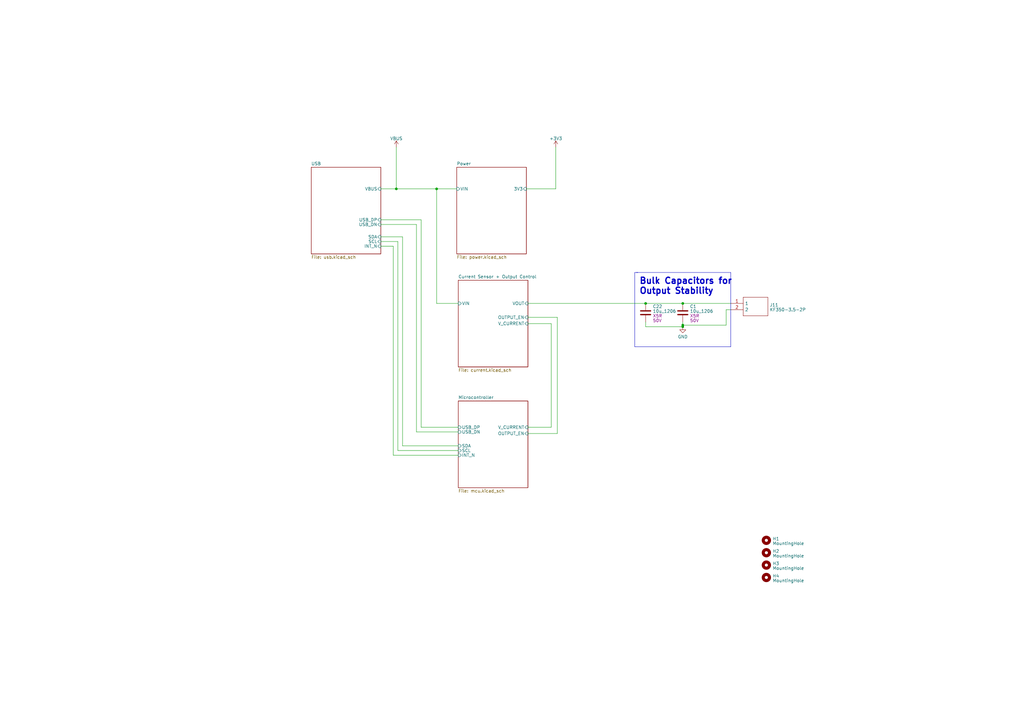
<source format=kicad_sch>
(kicad_sch
	(version 20231120)
	(generator "eeschema")
	(generator_version "8.0")
	(uuid "e63e39d7-6ac0-4ffd-8aa3-1841a4541b55")
	(paper "A3")
	(title_block
		(title "Spark Analyzer")
		(date "2023-10-06")
		(rev "B")
	)
	(lib_symbols
		(symbol "Capacitor_JLC:10u_1206"
			(pin_numbers hide)
			(pin_names
				(offset 0.254)
			)
			(exclude_from_sim no)
			(in_bom yes)
			(on_board yes)
			(property "Reference" "C"
				(at 0.635 2.54 0)
				(effects
					(font
						(size 1.27 1.27)
					)
					(justify left)
				)
			)
			(property "Value" "10u_1206"
				(at 0.635 -2.54 0)
				(effects
					(font
						(size 1.27 1.27)
					)
					(justify left)
				)
			)
			(property "Footprint" "Capacitor_SMD:C_1206_3216Metric"
				(at 0.9652 -3.81 0)
				(effects
					(font
						(size 1.27 1.27)
					)
					(hide yes)
				)
			)
			(property "Datasheet" "https://datasheet.lcsc.com/lcsc/1912111437_TDK-C3216X7R1V106MT000E_C361179.pdf"
				(at 0 0 0)
				(effects
					(font
						(size 1.27 1.27)
					)
					(hide yes)
				)
			)
			(property "Description" "Unpolarized capacitor"
				(at 0 0 0)
				(effects
					(font
						(size 1.27 1.27)
					)
					(hide yes)
				)
			)
			(property "Type" "X5R"
				(at 5.08 2.54 0)
				(effects
					(font
						(size 1.27 1.27)
					)
				)
			)
			(property "LCSC" "C466808"
				(at 0 0 0)
				(effects
					(font
						(size 1.27 1.27)
					)
					(hide yes)
				)
			)
			(property "Voltage" "50V"
				(at 5.08 0 0)
				(effects
					(font
						(size 1.27 1.27)
					)
				)
			)
			(property "ki_keywords" "cap capacitor"
				(at 0 0 0)
				(effects
					(font
						(size 1.27 1.27)
					)
					(hide yes)
				)
			)
			(property "ki_fp_filters" "C_*"
				(at 0 0 0)
				(effects
					(font
						(size 1.27 1.27)
					)
					(hide yes)
				)
			)
			(symbol "10u_1206_0_1"
				(polyline
					(pts
						(xy -2.032 -0.762) (xy 2.032 -0.762)
					)
					(stroke
						(width 0.508)
						(type default)
					)
					(fill
						(type none)
					)
				)
				(polyline
					(pts
						(xy -2.032 0.762) (xy 2.032 0.762)
					)
					(stroke
						(width 0.508)
						(type default)
					)
					(fill
						(type none)
					)
				)
			)
			(symbol "10u_1206_1_1"
				(pin passive line
					(at 0 3.81 270)
					(length 2.794)
					(name "~"
						(effects
							(font
								(size 1.27 1.27)
							)
						)
					)
					(number "1"
						(effects
							(font
								(size 1.27 1.27)
							)
						)
					)
				)
				(pin passive line
					(at 0 -3.81 90)
					(length 2.794)
					(name "~"
						(effects
							(font
								(size 1.27 1.27)
							)
						)
					)
					(number "2"
						(effects
							(font
								(size 1.27 1.27)
							)
						)
					)
				)
			)
		)
		(symbol "Connector_JLC:KF350-3.5-2P"
			(pin_names
				(offset 0.762)
			)
			(exclude_from_sim no)
			(in_bom yes)
			(on_board yes)
			(property "Reference" "J"
				(at 16.51 7.62 0)
				(effects
					(font
						(size 1.27 1.27)
					)
					(justify left)
				)
			)
			(property "Value" "KF350-3.5-2P"
				(at 16.51 5.08 0)
				(effects
					(font
						(size 1.27 1.27)
					)
					(justify left)
				)
			)
			(property "Footprint" "KF350352P"
				(at 16.51 2.54 0)
				(effects
					(font
						(size 1.27 1.27)
					)
					(justify left)
					(hide yes)
				)
			)
			(property "Datasheet" "https://datasheet.lcsc.com/szlcsc/2001160007_Cixi-Kefa-Elec-KF350-3-5-2P_C474892.pdf"
				(at 16.51 0 0)
				(effects
					(font
						(size 1.27 1.27)
					)
					(justify left)
					(hide yes)
				)
			)
			(property "Description" "P=3.5mm Screw terminal RoHS 2 Pos"
				(at 16.51 -2.54 0)
				(effects
					(font
						(size 1.27 1.27)
					)
					(justify left)
					(hide yes)
				)
			)
			(property "Height" "8.8"
				(at 16.51 -5.08 0)
				(effects
					(font
						(size 1.27 1.27)
					)
					(justify left)
					(hide yes)
				)
			)
			(property "Manufacturer_Name" "CIXI KEFA ELECTRONICS"
				(at 16.51 -7.62 0)
				(effects
					(font
						(size 1.27 1.27)
					)
					(justify left)
					(hide yes)
				)
			)
			(property "Manufacturer_Part_Number" "KF350-3.5-2P"
				(at 16.51 -10.16 0)
				(effects
					(font
						(size 1.27 1.27)
					)
					(justify left)
					(hide yes)
				)
			)
			(property "Mouser Part Number" ""
				(at 16.51 -12.7 0)
				(effects
					(font
						(size 1.27 1.27)
					)
					(justify left)
					(hide yes)
				)
			)
			(property "Mouser Price/Stock" ""
				(at 16.51 -15.24 0)
				(effects
					(font
						(size 1.27 1.27)
					)
					(justify left)
					(hide yes)
				)
			)
			(property "Arrow Part Number" ""
				(at 16.51 -17.78 0)
				(effects
					(font
						(size 1.27 1.27)
					)
					(justify left)
					(hide yes)
				)
			)
			(property "Arrow Price/Stock" ""
				(at 16.51 -20.32 0)
				(effects
					(font
						(size 1.27 1.27)
					)
					(justify left)
					(hide yes)
				)
			)
			(property "LCSC" "C474892"
				(at 20.955 -12.7 0)
				(effects
					(font
						(size 1.27 1.27)
					)
					(hide yes)
				)
			)
			(symbol "KF350-3.5-2P_0_0"
				(pin passive line
					(at 0 0 0)
					(length 5.08)
					(name "1"
						(effects
							(font
								(size 1.27 1.27)
							)
						)
					)
					(number "1"
						(effects
							(font
								(size 1.27 1.27)
							)
						)
					)
				)
				(pin passive line
					(at 0 -2.54 0)
					(length 5.08)
					(name "2"
						(effects
							(font
								(size 1.27 1.27)
							)
						)
					)
					(number "2"
						(effects
							(font
								(size 1.27 1.27)
							)
						)
					)
				)
			)
			(symbol "KF350-3.5-2P_0_1"
				(polyline
					(pts
						(xy 5.08 2.54) (xy 15.24 2.54) (xy 15.24 -5.08) (xy 5.08 -5.08) (xy 5.08 2.54)
					)
					(stroke
						(width 0.1524)
						(type default)
					)
					(fill
						(type none)
					)
				)
			)
		)
		(symbol "Mechanical:MountingHole"
			(pin_names
				(offset 1.016)
			)
			(exclude_from_sim no)
			(in_bom yes)
			(on_board yes)
			(property "Reference" "H"
				(at 0 5.08 0)
				(effects
					(font
						(size 1.27 1.27)
					)
				)
			)
			(property "Value" "MountingHole"
				(at 0 3.175 0)
				(effects
					(font
						(size 1.27 1.27)
					)
				)
			)
			(property "Footprint" ""
				(at 0 0 0)
				(effects
					(font
						(size 1.27 1.27)
					)
					(hide yes)
				)
			)
			(property "Datasheet" "~"
				(at 0 0 0)
				(effects
					(font
						(size 1.27 1.27)
					)
					(hide yes)
				)
			)
			(property "Description" "Mounting Hole without connection"
				(at 0 0 0)
				(effects
					(font
						(size 1.27 1.27)
					)
					(hide yes)
				)
			)
			(property "ki_keywords" "mounting hole"
				(at 0 0 0)
				(effects
					(font
						(size 1.27 1.27)
					)
					(hide yes)
				)
			)
			(property "ki_fp_filters" "MountingHole*"
				(at 0 0 0)
				(effects
					(font
						(size 1.27 1.27)
					)
					(hide yes)
				)
			)
			(symbol "MountingHole_0_1"
				(circle
					(center 0 0)
					(radius 1.27)
					(stroke
						(width 1.27)
						(type default)
					)
					(fill
						(type none)
					)
				)
			)
		)
		(symbol "power:+3V3"
			(power)
			(pin_names
				(offset 0)
			)
			(exclude_from_sim no)
			(in_bom yes)
			(on_board yes)
			(property "Reference" "#PWR"
				(at 0 -3.81 0)
				(effects
					(font
						(size 1.27 1.27)
					)
					(hide yes)
				)
			)
			(property "Value" "+3V3"
				(at 0 3.556 0)
				(effects
					(font
						(size 1.27 1.27)
					)
				)
			)
			(property "Footprint" ""
				(at 0 0 0)
				(effects
					(font
						(size 1.27 1.27)
					)
					(hide yes)
				)
			)
			(property "Datasheet" ""
				(at 0 0 0)
				(effects
					(font
						(size 1.27 1.27)
					)
					(hide yes)
				)
			)
			(property "Description" "Power symbol creates a global label with name \"+3V3\""
				(at 0 0 0)
				(effects
					(font
						(size 1.27 1.27)
					)
					(hide yes)
				)
			)
			(property "ki_keywords" "global power"
				(at 0 0 0)
				(effects
					(font
						(size 1.27 1.27)
					)
					(hide yes)
				)
			)
			(symbol "+3V3_0_1"
				(polyline
					(pts
						(xy -0.762 1.27) (xy 0 2.54)
					)
					(stroke
						(width 0)
						(type default)
					)
					(fill
						(type none)
					)
				)
				(polyline
					(pts
						(xy 0 0) (xy 0 2.54)
					)
					(stroke
						(width 0)
						(type default)
					)
					(fill
						(type none)
					)
				)
				(polyline
					(pts
						(xy 0 2.54) (xy 0.762 1.27)
					)
					(stroke
						(width 0)
						(type default)
					)
					(fill
						(type none)
					)
				)
			)
			(symbol "+3V3_1_1"
				(pin power_in line
					(at 0 0 90)
					(length 0) hide
					(name "+3V3"
						(effects
							(font
								(size 1.27 1.27)
							)
						)
					)
					(number "1"
						(effects
							(font
								(size 1.27 1.27)
							)
						)
					)
				)
			)
		)
		(symbol "power:GND"
			(power)
			(pin_names
				(offset 0)
			)
			(exclude_from_sim no)
			(in_bom yes)
			(on_board yes)
			(property "Reference" "#PWR"
				(at 0 -6.35 0)
				(effects
					(font
						(size 1.27 1.27)
					)
					(hide yes)
				)
			)
			(property "Value" "GND"
				(at 0 -3.81 0)
				(effects
					(font
						(size 1.27 1.27)
					)
				)
			)
			(property "Footprint" ""
				(at 0 0 0)
				(effects
					(font
						(size 1.27 1.27)
					)
					(hide yes)
				)
			)
			(property "Datasheet" ""
				(at 0 0 0)
				(effects
					(font
						(size 1.27 1.27)
					)
					(hide yes)
				)
			)
			(property "Description" "Power symbol creates a global label with name \"GND\" , ground"
				(at 0 0 0)
				(effects
					(font
						(size 1.27 1.27)
					)
					(hide yes)
				)
			)
			(property "ki_keywords" "global power"
				(at 0 0 0)
				(effects
					(font
						(size 1.27 1.27)
					)
					(hide yes)
				)
			)
			(symbol "GND_0_1"
				(polyline
					(pts
						(xy 0 0) (xy 0 -1.27) (xy 1.27 -1.27) (xy 0 -2.54) (xy -1.27 -1.27) (xy 0 -1.27)
					)
					(stroke
						(width 0)
						(type default)
					)
					(fill
						(type none)
					)
				)
			)
			(symbol "GND_1_1"
				(pin power_in line
					(at 0 0 270)
					(length 0) hide
					(name "GND"
						(effects
							(font
								(size 1.27 1.27)
							)
						)
					)
					(number "1"
						(effects
							(font
								(size 1.27 1.27)
							)
						)
					)
				)
			)
		)
		(symbol "power:VBUS"
			(power)
			(pin_names
				(offset 0)
			)
			(exclude_from_sim no)
			(in_bom yes)
			(on_board yes)
			(property "Reference" "#PWR"
				(at 0 -3.81 0)
				(effects
					(font
						(size 1.27 1.27)
					)
					(hide yes)
				)
			)
			(property "Value" "VBUS"
				(at 0 3.81 0)
				(effects
					(font
						(size 1.27 1.27)
					)
				)
			)
			(property "Footprint" ""
				(at 0 0 0)
				(effects
					(font
						(size 1.27 1.27)
					)
					(hide yes)
				)
			)
			(property "Datasheet" ""
				(at 0 0 0)
				(effects
					(font
						(size 1.27 1.27)
					)
					(hide yes)
				)
			)
			(property "Description" "Power symbol creates a global label with name \"VBUS\""
				(at 0 0 0)
				(effects
					(font
						(size 1.27 1.27)
					)
					(hide yes)
				)
			)
			(property "ki_keywords" "global power"
				(at 0 0 0)
				(effects
					(font
						(size 1.27 1.27)
					)
					(hide yes)
				)
			)
			(symbol "VBUS_0_1"
				(polyline
					(pts
						(xy -0.762 1.27) (xy 0 2.54)
					)
					(stroke
						(width 0)
						(type default)
					)
					(fill
						(type none)
					)
				)
				(polyline
					(pts
						(xy 0 0) (xy 0 2.54)
					)
					(stroke
						(width 0)
						(type default)
					)
					(fill
						(type none)
					)
				)
				(polyline
					(pts
						(xy 0 2.54) (xy 0.762 1.27)
					)
					(stroke
						(width 0)
						(type default)
					)
					(fill
						(type none)
					)
				)
			)
			(symbol "VBUS_1_1"
				(pin power_in line
					(at 0 0 90)
					(length 0) hide
					(name "VBUS"
						(effects
							(font
								(size 1.27 1.27)
							)
						)
					)
					(number "1"
						(effects
							(font
								(size 1.27 1.27)
							)
						)
					)
				)
			)
		)
	)
	(junction
		(at 162.56 77.47)
		(diameter 0)
		(color 0 0 0 0)
		(uuid "07782b8e-3d2c-4556-8520-a01bd3062302")
	)
	(junction
		(at 264.795 124.46)
		(diameter 0)
		(color 0 0 0 0)
		(uuid "5dc46ae2-ca57-496a-af8d-e51f533537cc")
	)
	(junction
		(at 280.035 133.985)
		(diameter 0)
		(color 0 0 0 0)
		(uuid "6c8560a6-10fc-450b-a4d5-f3fa0aec5904")
	)
	(junction
		(at 179.07 77.47)
		(diameter 0)
		(color 0 0 0 0)
		(uuid "84b80c09-d978-4e1c-b246-1d42bd44495d")
	)
	(junction
		(at 280.035 124.46)
		(diameter 0)
		(color 0 0 0 0)
		(uuid "ad11826b-fc69-493f-a0bc-3f9cb5f776e3")
	)
	(junction
		(at 280.035 133.35)
		(diameter 0)
		(color 0 0 0 0)
		(uuid "b45300c1-2bb4-4f63-9261-5bae008d336e")
	)
	(wire
		(pts
			(xy 299.72 127) (xy 297.815 127)
		)
		(stroke
			(width 0)
			(type default)
		)
		(uuid "00bca4c6-c926-42e1-aa26-55013fd2aa29")
	)
	(wire
		(pts
			(xy 172.72 175.26) (xy 187.96 175.26)
		)
		(stroke
			(width 0)
			(type default)
		)
		(uuid "0fe25f60-04e1-446d-93d2-e272e021e139")
	)
	(wire
		(pts
			(xy 226.06 175.26) (xy 216.535 175.26)
		)
		(stroke
			(width 0)
			(type default)
		)
		(uuid "11ecb74c-c5fd-4757-a356-849346568e1a")
	)
	(wire
		(pts
			(xy 280.035 124.46) (xy 299.72 124.46)
		)
		(stroke
			(width 0)
			(type default)
		)
		(uuid "1c070f3c-d4e0-4c5f-9366-632b988a7f5e")
	)
	(polyline
		(pts
			(xy 260.35 111.76) (xy 261.62 111.76)
		)
		(stroke
			(width 0)
			(type default)
		)
		(uuid "1c6af5a5-72d1-4f30-b450-1b9d2c34d570")
	)
	(wire
		(pts
			(xy 264.795 124.46) (xy 280.035 124.46)
		)
		(stroke
			(width 0)
			(type default)
		)
		(uuid "22e78ea7-05c6-4f54-8216-aed4dce10a5d")
	)
	(wire
		(pts
			(xy 165.1 182.88) (xy 165.1 97.155)
		)
		(stroke
			(width 0)
			(type default)
		)
		(uuid "28a893d7-1c32-442c-9c7f-e7cb3b7017cc")
	)
	(wire
		(pts
			(xy 161.29 186.69) (xy 161.29 100.965)
		)
		(stroke
			(width 0)
			(type default)
		)
		(uuid "2a974637-e375-4f5a-ba5d-1c39517a10d8")
	)
	(wire
		(pts
			(xy 179.07 77.47) (xy 187.325 77.47)
		)
		(stroke
			(width 0)
			(type default)
		)
		(uuid "2fe02d7a-e5a6-4df3-94d5-dee324f2d548")
	)
	(wire
		(pts
			(xy 163.195 184.785) (xy 187.96 184.785)
		)
		(stroke
			(width 0)
			(type default)
		)
		(uuid "34ee36cc-904d-4812-84ba-13bcd6ddbc18")
	)
	(wire
		(pts
			(xy 161.29 100.965) (xy 156.21 100.965)
		)
		(stroke
			(width 0)
			(type default)
		)
		(uuid "36817027-7b33-4e89-9195-fd7ee9d77686")
	)
	(wire
		(pts
			(xy 280.035 133.985) (xy 280.035 133.35)
		)
		(stroke
			(width 0)
			(type default)
		)
		(uuid "3fdac1c7-8868-4ce5-8bcd-8cea7425805e")
	)
	(wire
		(pts
			(xy 156.21 99.06) (xy 163.195 99.06)
		)
		(stroke
			(width 0)
			(type default)
		)
		(uuid "41d4f095-cb50-4bbb-9e22-6ba4432531ab")
	)
	(wire
		(pts
			(xy 172.72 90.17) (xy 172.72 175.26)
		)
		(stroke
			(width 0)
			(type default)
		)
		(uuid "4408b8d4-04c4-4e7d-b870-7874b5cfb747")
	)
	(wire
		(pts
			(xy 156.21 90.17) (xy 172.72 90.17)
		)
		(stroke
			(width 0)
			(type default)
		)
		(uuid "446de1c3-1a0d-4886-b6d9-78d1043384c9")
	)
	(wire
		(pts
			(xy 163.195 99.06) (xy 163.195 184.785)
		)
		(stroke
			(width 0)
			(type default)
		)
		(uuid "4de41e5d-fd61-4642-be03-0009c2df1696")
	)
	(wire
		(pts
			(xy 170.815 177.165) (xy 170.815 92.075)
		)
		(stroke
			(width 0)
			(type default)
		)
		(uuid "508f1309-778a-441a-a454-b13e61c3463c")
	)
	(polyline
		(pts
			(xy 299.72 142.24) (xy 260.35 142.24)
		)
		(stroke
			(width 0)
			(type default)
		)
		(uuid "532af643-182a-4da3-94e6-e8c89ccf517e")
	)
	(wire
		(pts
			(xy 156.21 77.47) (xy 162.56 77.47)
		)
		(stroke
			(width 0)
			(type default)
		)
		(uuid "5452424b-8dda-424a-9150-162c19e821d6")
	)
	(polyline
		(pts
			(xy 299.72 111.76) (xy 299.72 142.24)
		)
		(stroke
			(width 0)
			(type default)
		)
		(uuid "66ab2373-bef1-481d-aea2-89356724309f")
	)
	(wire
		(pts
			(xy 264.795 132.08) (xy 264.795 133.985)
		)
		(stroke
			(width 0)
			(type default)
		)
		(uuid "67a42736-8d22-411b-8fc0-ca4b4f8cce32")
	)
	(wire
		(pts
			(xy 187.96 177.165) (xy 170.815 177.165)
		)
		(stroke
			(width 0)
			(type default)
		)
		(uuid "6975fbbe-9d67-4883-8177-535a6336c2a6")
	)
	(wire
		(pts
			(xy 187.96 124.46) (xy 179.07 124.46)
		)
		(stroke
			(width 0)
			(type default)
		)
		(uuid "6eb04e21-8b31-4ffa-b8f7-a7a8eec2e172")
	)
	(wire
		(pts
			(xy 227.965 77.47) (xy 215.9 77.47)
		)
		(stroke
			(width 0)
			(type default)
		)
		(uuid "73c03dfb-c7ca-4f5e-ba24-680ad7aed082")
	)
	(wire
		(pts
			(xy 227.965 60.325) (xy 227.965 77.47)
		)
		(stroke
			(width 0)
			(type default)
		)
		(uuid "8512c8bd-9bcc-4cdf-87fb-4b478cd034c4")
	)
	(wire
		(pts
			(xy 179.07 124.46) (xy 179.07 77.47)
		)
		(stroke
			(width 0)
			(type default)
		)
		(uuid "8748e3f3-924b-4c1e-a80b-a0c0f044f77a")
	)
	(wire
		(pts
			(xy 228.6 130.175) (xy 228.6 177.8)
		)
		(stroke
			(width 0)
			(type default)
		)
		(uuid "8921c81a-5cb7-4c75-a09c-4a0eb5d71884")
	)
	(wire
		(pts
			(xy 280.035 133.35) (xy 280.035 132.08)
		)
		(stroke
			(width 0)
			(type default)
		)
		(uuid "98cd0d4c-9f71-476e-b260-f1c09a9875b1")
	)
	(wire
		(pts
			(xy 297.815 133.35) (xy 280.035 133.35)
		)
		(stroke
			(width 0)
			(type default)
		)
		(uuid "990ee728-8302-44d9-aa4c-b0298a8b567e")
	)
	(wire
		(pts
			(xy 162.56 60.325) (xy 162.56 77.47)
		)
		(stroke
			(width 0)
			(type default)
		)
		(uuid "9d91a1c3-0dac-454f-b2fa-1c39ec692c7f")
	)
	(wire
		(pts
			(xy 170.815 92.075) (xy 156.21 92.075)
		)
		(stroke
			(width 0)
			(type default)
		)
		(uuid "a61a4aca-98b7-411a-8d3d-9606f54dcb5d")
	)
	(wire
		(pts
			(xy 226.06 132.715) (xy 226.06 175.26)
		)
		(stroke
			(width 0)
			(type default)
		)
		(uuid "a856950f-1a58-4630-ab97-52bd7a99ac01")
	)
	(wire
		(pts
			(xy 264.795 133.985) (xy 280.035 133.985)
		)
		(stroke
			(width 0)
			(type default)
		)
		(uuid "bfd4ab52-0956-486e-862f-045edc33bdd1")
	)
	(wire
		(pts
			(xy 216.535 130.175) (xy 228.6 130.175)
		)
		(stroke
			(width 0)
			(type default)
		)
		(uuid "cb24c595-7db3-4b48-a9fc-5948f37e8208")
	)
	(wire
		(pts
			(xy 216.535 124.46) (xy 264.795 124.46)
		)
		(stroke
			(width 0)
			(type default)
		)
		(uuid "ce0f7cd2-2ad8-4590-b275-0798ae8daa35")
	)
	(polyline
		(pts
			(xy 260.35 142.24) (xy 260.35 111.76)
		)
		(stroke
			(width 0)
			(type default)
		)
		(uuid "d07bf767-f514-4e26-9803-be0d347ec508")
	)
	(wire
		(pts
			(xy 162.56 77.47) (xy 179.07 77.47)
		)
		(stroke
			(width 0)
			(type default)
		)
		(uuid "d4bedbe7-634e-48e0-835a-731ae5f14e4b")
	)
	(wire
		(pts
			(xy 165.1 97.155) (xy 156.21 97.155)
		)
		(stroke
			(width 0)
			(type default)
		)
		(uuid "ddd0f70e-f558-47bb-84dd-3ef7153bf251")
	)
	(wire
		(pts
			(xy 216.535 132.715) (xy 226.06 132.715)
		)
		(stroke
			(width 0)
			(type default)
		)
		(uuid "de9f8604-c286-4ab3-807e-984680518ada")
	)
	(wire
		(pts
			(xy 297.815 127) (xy 297.815 133.35)
		)
		(stroke
			(width 0)
			(type default)
		)
		(uuid "e06d5ae3-e18c-4d09-8c58-eb6fdece1cf3")
	)
	(wire
		(pts
			(xy 228.6 177.8) (xy 216.535 177.8)
		)
		(stroke
			(width 0)
			(type default)
		)
		(uuid "e2e800b1-b5d5-4959-ba69-9e90e5198662")
	)
	(wire
		(pts
			(xy 187.96 182.88) (xy 165.1 182.88)
		)
		(stroke
			(width 0)
			(type default)
		)
		(uuid "e76f1132-825d-48ad-a0ef-94839f18419d")
	)
	(polyline
		(pts
			(xy 260.985 111.76) (xy 299.72 111.76)
		)
		(stroke
			(width 0)
			(type default)
		)
		(uuid "f8c51410-6c20-40c5-bdfc-b6d72b53a3a8")
	)
	(wire
		(pts
			(xy 187.96 186.69) (xy 161.29 186.69)
		)
		(stroke
			(width 0)
			(type default)
		)
		(uuid "fb9aa9ce-dc63-4fab-81e3-c8ab0e10953c")
	)
	(text "Bulk Capacitors for \nOutput Stability"
		(exclude_from_sim no)
		(at 262.128 120.904 0)
		(effects
			(font
				(size 2.54 2.54)
				(thickness 0.508)
				(bold yes)
			)
			(justify left bottom)
		)
		(uuid "c43304ae-1b75-4fc4-a5e5-001f31cac296")
	)
	(symbol
		(lib_id "Connector_JLC:KF350-3.5-2P")
		(at 299.72 124.46 0)
		(unit 1)
		(exclude_from_sim no)
		(in_bom yes)
		(on_board yes)
		(dnp no)
		(fields_autoplaced yes)
		(uuid "25285947-2a30-4ab7-bfdd-a8d79475b4fd")
		(property "Reference" "J11"
			(at 315.6712 125.0863 0)
			(effects
				(font
					(size 1.27 1.27)
				)
				(justify left)
			)
		)
		(property "Value" "KF350-3.5-2P"
			(at 315.6712 127.0073 0)
			(effects
				(font
					(size 1.27 1.27)
				)
				(justify left)
			)
		)
		(property "Footprint" "TerminalBlock_4Ucon:TerminalBlock_4Ucon_1x02_P3.50mm_Horizontal"
			(at 316.23 121.92 0)
			(effects
				(font
					(size 1.27 1.27)
				)
				(justify left)
				(hide yes)
			)
		)
		(property "Datasheet" "https://datasheet.lcsc.com/szlcsc/2001160007_Cixi-Kefa-Elec-KF350-3-5-2P_C474892.pdf"
			(at 316.23 124.46 0)
			(effects
				(font
					(size 1.27 1.27)
				)
				(justify left)
				(hide yes)
			)
		)
		(property "Description" "P=3.5mm Screw terminal RoHS 2 Pos"
			(at 316.23 127 0)
			(effects
				(font
					(size 1.27 1.27)
				)
				(justify left)
				(hide yes)
			)
		)
		(property "Height" "8.8"
			(at 316.23 129.54 0)
			(effects
				(font
					(size 1.27 1.27)
				)
				(justify left)
				(hide yes)
			)
		)
		(property "Manufacturer_Name" "CIXI KEFA ELECTRONICS"
			(at 316.23 132.08 0)
			(effects
				(font
					(size 1.27 1.27)
				)
				(justify left)
				(hide yes)
			)
		)
		(property "Manufacturer_Part_Number" "KF350-3.5-2P"
			(at 316.23 134.62 0)
			(effects
				(font
					(size 1.27 1.27)
				)
				(justify left)
				(hide yes)
			)
		)
		(property "Mouser Part Number" ""
			(at 316.23 137.16 0)
			(effects
				(font
					(size 1.27 1.27)
				)
				(justify left)
				(hide yes)
			)
		)
		(property "Mouser Price/Stock" ""
			(at 316.23 139.7 0)
			(effects
				(font
					(size 1.27 1.27)
				)
				(justify left)
				(hide yes)
			)
		)
		(property "Arrow Part Number" ""
			(at 316.23 142.24 0)
			(effects
				(font
					(size 1.27 1.27)
				)
				(justify left)
				(hide yes)
			)
		)
		(property "Arrow Price/Stock" ""
			(at 316.23 144.78 0)
			(effects
				(font
					(size 1.27 1.27)
				)
				(justify left)
				(hide yes)
			)
		)
		(property "LCSC" "C474892"
			(at 320.675 137.16 0)
			(effects
				(font
					(size 1.27 1.27)
				)
				(hide yes)
			)
		)
		(property "Frequency" ""
			(at 299.72 124.46 0)
			(effects
				(font
					(size 1.27 1.27)
				)
				(hide yes)
			)
		)
		(property "MPN" ""
			(at 299.72 124.46 0)
			(effects
				(font
					(size 1.27 1.27)
				)
				(hide yes)
			)
		)
		(property "Rating" ""
			(at 299.72 124.46 0)
			(effects
				(font
					(size 1.27 1.27)
				)
				(hide yes)
			)
		)
		(pin "1"
			(uuid "6fe86129-90e2-4dc0-bab6-f9218d05f469")
		)
		(pin "2"
			(uuid "2ec50f51-7d81-4b9b-8d0b-5e29e2232d92")
		)
		(instances
			(project "Spark-Analyzer"
				(path "/e63e39d7-6ac0-4ffd-8aa3-1841a4541b55"
					(reference "J11")
					(unit 1)
				)
			)
		)
	)
	(symbol
		(lib_id "power:VBUS")
		(at 162.56 60.325 0)
		(unit 1)
		(exclude_from_sim no)
		(in_bom yes)
		(on_board yes)
		(dnp no)
		(fields_autoplaced yes)
		(uuid "298f7593-b731-497f-86c2-87e631f68e14")
		(property "Reference" "#PWR04"
			(at 162.56 64.135 0)
			(effects
				(font
					(size 1.27 1.27)
				)
				(hide yes)
			)
		)
		(property "Value" "VBUS"
			(at 162.56 56.8231 0)
			(effects
				(font
					(size 1.27 1.27)
				)
			)
		)
		(property "Footprint" ""
			(at 162.56 60.325 0)
			(effects
				(font
					(size 1.27 1.27)
				)
				(hide yes)
			)
		)
		(property "Datasheet" ""
			(at 162.56 60.325 0)
			(effects
				(font
					(size 1.27 1.27)
				)
				(hide yes)
			)
		)
		(property "Description" ""
			(at 162.56 60.325 0)
			(effects
				(font
					(size 1.27 1.27)
				)
				(hide yes)
			)
		)
		(pin "1"
			(uuid "e9b03fb9-2448-487a-abbb-ca7eadf6a7a3")
		)
		(instances
			(project "Spark-Analyzer"
				(path "/e63e39d7-6ac0-4ffd-8aa3-1841a4541b55"
					(reference "#PWR04")
					(unit 1)
				)
			)
		)
	)
	(symbol
		(lib_id "power:GND")
		(at 280.035 133.985 0)
		(unit 1)
		(exclude_from_sim no)
		(in_bom yes)
		(on_board yes)
		(dnp no)
		(fields_autoplaced yes)
		(uuid "4dde79c2-83e6-495e-a43f-a2f9f5ad5997")
		(property "Reference" "#PWR031"
			(at 280.035 140.335 0)
			(effects
				(font
					(size 1.27 1.27)
				)
				(hide yes)
			)
		)
		(property "Value" "GND"
			(at 280.035 138.1205 0)
			(effects
				(font
					(size 1.27 1.27)
				)
			)
		)
		(property "Footprint" ""
			(at 280.035 133.985 0)
			(effects
				(font
					(size 1.27 1.27)
				)
				(hide yes)
			)
		)
		(property "Datasheet" ""
			(at 280.035 133.985 0)
			(effects
				(font
					(size 1.27 1.27)
				)
				(hide yes)
			)
		)
		(property "Description" ""
			(at 280.035 133.985 0)
			(effects
				(font
					(size 1.27 1.27)
				)
				(hide yes)
			)
		)
		(pin "1"
			(uuid "3b7eceed-eeb3-4cfa-b177-f4d7a6015f04")
		)
		(instances
			(project "Spark-Analyzer"
				(path "/e63e39d7-6ac0-4ffd-8aa3-1841a4541b55"
					(reference "#PWR031")
					(unit 1)
				)
			)
		)
	)
	(symbol
		(lib_id "Mechanical:MountingHole")
		(at 314.325 236.855 0)
		(unit 1)
		(exclude_from_sim no)
		(in_bom yes)
		(on_board yes)
		(dnp no)
		(fields_autoplaced yes)
		(uuid "8538b55f-7290-4610-b062-0b33d8d3465c")
		(property "Reference" "H4"
			(at 316.865 236.2113 0)
			(effects
				(font
					(size 1.27 1.27)
				)
				(justify left)
			)
		)
		(property "Value" "MountingHole"
			(at 316.865 238.1323 0)
			(effects
				(font
					(size 1.27 1.27)
				)
				(justify left)
			)
		)
		(property "Footprint" "MountingHole:MountingHole_2.2mm_M2"
			(at 314.325 236.855 0)
			(effects
				(font
					(size 1.27 1.27)
				)
				(hide yes)
			)
		)
		(property "Datasheet" "~"
			(at 314.325 236.855 0)
			(effects
				(font
					(size 1.27 1.27)
				)
				(hide yes)
			)
		)
		(property "Description" ""
			(at 314.325 236.855 0)
			(effects
				(font
					(size 1.27 1.27)
				)
				(hide yes)
			)
		)
		(property "Frequency" ""
			(at 314.325 236.855 0)
			(effects
				(font
					(size 1.27 1.27)
				)
				(hide yes)
			)
		)
		(property "MPN" ""
			(at 314.325 236.855 0)
			(effects
				(font
					(size 1.27 1.27)
				)
				(hide yes)
			)
		)
		(property "Rating" ""
			(at 314.325 236.855 0)
			(effects
				(font
					(size 1.27 1.27)
				)
				(hide yes)
			)
		)
		(instances
			(project "Spark-Analyzer"
				(path "/e63e39d7-6ac0-4ffd-8aa3-1841a4541b55"
					(reference "H4")
					(unit 1)
				)
			)
		)
	)
	(symbol
		(lib_id "Mechanical:MountingHole")
		(at 314.325 221.615 0)
		(unit 1)
		(exclude_from_sim no)
		(in_bom yes)
		(on_board yes)
		(dnp no)
		(fields_autoplaced yes)
		(uuid "86ba4736-7005-4854-ba81-5dc82335558e")
		(property "Reference" "H1"
			(at 316.865 220.9713 0)
			(effects
				(font
					(size 1.27 1.27)
				)
				(justify left)
			)
		)
		(property "Value" "MountingHole"
			(at 316.865 222.8923 0)
			(effects
				(font
					(size 1.27 1.27)
				)
				(justify left)
			)
		)
		(property "Footprint" "MountingHole:MountingHole_2.2mm_M2"
			(at 314.325 221.615 0)
			(effects
				(font
					(size 1.27 1.27)
				)
				(hide yes)
			)
		)
		(property "Datasheet" "~"
			(at 314.325 221.615 0)
			(effects
				(font
					(size 1.27 1.27)
				)
				(hide yes)
			)
		)
		(property "Description" ""
			(at 314.325 221.615 0)
			(effects
				(font
					(size 1.27 1.27)
				)
				(hide yes)
			)
		)
		(property "Frequency" ""
			(at 314.325 221.615 0)
			(effects
				(font
					(size 1.27 1.27)
				)
				(hide yes)
			)
		)
		(property "MPN" ""
			(at 314.325 221.615 0)
			(effects
				(font
					(size 1.27 1.27)
				)
				(hide yes)
			)
		)
		(property "Rating" ""
			(at 314.325 221.615 0)
			(effects
				(font
					(size 1.27 1.27)
				)
				(hide yes)
			)
		)
		(instances
			(project "Spark-Analyzer"
				(path "/e63e39d7-6ac0-4ffd-8aa3-1841a4541b55"
					(reference "H1")
					(unit 1)
				)
			)
		)
	)
	(symbol
		(lib_id "power:+3V3")
		(at 227.965 60.325 0)
		(unit 1)
		(exclude_from_sim no)
		(in_bom yes)
		(on_board yes)
		(dnp no)
		(fields_autoplaced yes)
		(uuid "a80ea4f1-18c5-4cb7-bbde-ea3242011a10")
		(property "Reference" "#PWR01"
			(at 227.965 64.135 0)
			(effects
				(font
					(size 1.27 1.27)
				)
				(hide yes)
			)
		)
		(property "Value" "+3V3"
			(at 227.965 56.8231 0)
			(effects
				(font
					(size 1.27 1.27)
				)
			)
		)
		(property "Footprint" ""
			(at 227.965 60.325 0)
			(effects
				(font
					(size 1.27 1.27)
				)
				(hide yes)
			)
		)
		(property "Datasheet" ""
			(at 227.965 60.325 0)
			(effects
				(font
					(size 1.27 1.27)
				)
				(hide yes)
			)
		)
		(property "Description" ""
			(at 227.965 60.325 0)
			(effects
				(font
					(size 1.27 1.27)
				)
				(hide yes)
			)
		)
		(pin "1"
			(uuid "76a6fd03-1d26-4276-ab6a-035dd241069d")
		)
		(instances
			(project "Spark-Analyzer"
				(path "/e63e39d7-6ac0-4ffd-8aa3-1841a4541b55"
					(reference "#PWR01")
					(unit 1)
				)
			)
		)
	)
	(symbol
		(lib_id "Mechanical:MountingHole")
		(at 314.325 226.695 0)
		(unit 1)
		(exclude_from_sim no)
		(in_bom yes)
		(on_board yes)
		(dnp no)
		(fields_autoplaced yes)
		(uuid "afe26e1b-8bb3-49ec-8121-16de07916317")
		(property "Reference" "H2"
			(at 316.865 226.0513 0)
			(effects
				(font
					(size 1.27 1.27)
				)
				(justify left)
			)
		)
		(property "Value" "MountingHole"
			(at 316.865 227.9723 0)
			(effects
				(font
					(size 1.27 1.27)
				)
				(justify left)
			)
		)
		(property "Footprint" "MountingHole:MountingHole_2.2mm_M2"
			(at 314.325 226.695 0)
			(effects
				(font
					(size 1.27 1.27)
				)
				(hide yes)
			)
		)
		(property "Datasheet" "~"
			(at 314.325 226.695 0)
			(effects
				(font
					(size 1.27 1.27)
				)
				(hide yes)
			)
		)
		(property "Description" ""
			(at 314.325 226.695 0)
			(effects
				(font
					(size 1.27 1.27)
				)
				(hide yes)
			)
		)
		(property "Frequency" ""
			(at 314.325 226.695 0)
			(effects
				(font
					(size 1.27 1.27)
				)
				(hide yes)
			)
		)
		(property "MPN" ""
			(at 314.325 226.695 0)
			(effects
				(font
					(size 1.27 1.27)
				)
				(hide yes)
			)
		)
		(property "Rating" ""
			(at 314.325 226.695 0)
			(effects
				(font
					(size 1.27 1.27)
				)
				(hide yes)
			)
		)
		(instances
			(project "Spark-Analyzer"
				(path "/e63e39d7-6ac0-4ffd-8aa3-1841a4541b55"
					(reference "H2")
					(unit 1)
				)
			)
		)
	)
	(symbol
		(lib_id "Capacitor_JLC:10u_1206")
		(at 264.795 128.27 0)
		(unit 1)
		(exclude_from_sim no)
		(in_bom yes)
		(on_board yes)
		(dnp no)
		(fields_autoplaced yes)
		(uuid "bb0dafce-6ac5-4e33-a803-5a52ce705208")
		(property "Reference" "C22"
			(at 267.716 125.7053 0)
			(effects
				(font
					(size 1.27 1.27)
				)
				(justify left)
			)
		)
		(property "Value" "10u_1206"
			(at 267.716 127.6263 0)
			(effects
				(font
					(size 1.27 1.27)
				)
				(justify left)
			)
		)
		(property "Footprint" "Capacitor_SMD:C_1206_3216Metric"
			(at 265.7602 132.08 0)
			(effects
				(font
					(size 1.27 1.27)
				)
				(hide yes)
			)
		)
		(property "Datasheet" "https://datasheet.lcsc.com/lcsc/1912111437_TDK-C3216X7R1V106MT000E_C361179.pdf"
			(at 264.795 128.27 0)
			(effects
				(font
					(size 1.27 1.27)
				)
				(hide yes)
			)
		)
		(property "Description" ""
			(at 264.795 128.27 0)
			(effects
				(font
					(size 1.27 1.27)
				)
				(hide yes)
			)
		)
		(property "Type" "X5R"
			(at 267.716 129.5473 0)
			(effects
				(font
					(size 1.27 1.27)
				)
				(justify left)
			)
		)
		(property "LCSC" "C466808"
			(at 264.795 128.27 0)
			(effects
				(font
					(size 1.27 1.27)
				)
				(hide yes)
			)
		)
		(property "Voltage" "50V"
			(at 267.716 131.4683 0)
			(effects
				(font
					(size 1.27 1.27)
				)
				(justify left)
			)
		)
		(property "Frequency" ""
			(at 264.795 128.27 0)
			(effects
				(font
					(size 1.27 1.27)
				)
				(hide yes)
			)
		)
		(property "MPN" ""
			(at 264.795 128.27 0)
			(effects
				(font
					(size 1.27 1.27)
				)
				(hide yes)
			)
		)
		(property "Rating" ""
			(at 264.795 128.27 0)
			(effects
				(font
					(size 1.27 1.27)
				)
				(hide yes)
			)
		)
		(pin "1"
			(uuid "a3698006-d4cc-406b-80c3-19a815903283")
		)
		(pin "2"
			(uuid "337ba002-ce4a-4423-835c-a6e023d215a5")
		)
		(instances
			(project "Spark-Analyzer"
				(path "/e63e39d7-6ac0-4ffd-8aa3-1841a4541b55"
					(reference "C22")
					(unit 1)
				)
			)
		)
	)
	(symbol
		(lib_id "Capacitor_JLC:10u_1206")
		(at 280.035 128.27 0)
		(unit 1)
		(exclude_from_sim no)
		(in_bom yes)
		(on_board yes)
		(dnp no)
		(fields_autoplaced yes)
		(uuid "dbe0b2c5-9605-4ff6-a902-be30416e42c7")
		(property "Reference" "C1"
			(at 282.956 125.7053 0)
			(effects
				(font
					(size 1.27 1.27)
				)
				(justify left)
			)
		)
		(property "Value" "10u_1206"
			(at 282.956 127.6263 0)
			(effects
				(font
					(size 1.27 1.27)
				)
				(justify left)
			)
		)
		(property "Footprint" "Capacitor_SMD:C_1206_3216Metric"
			(at 281.0002 132.08 0)
			(effects
				(font
					(size 1.27 1.27)
				)
				(hide yes)
			)
		)
		(property "Datasheet" "https://datasheet.lcsc.com/lcsc/1912111437_TDK-C3216X7R1V106MT000E_C361179.pdf"
			(at 280.035 128.27 0)
			(effects
				(font
					(size 1.27 1.27)
				)
				(hide yes)
			)
		)
		(property "Description" ""
			(at 280.035 128.27 0)
			(effects
				(font
					(size 1.27 1.27)
				)
				(hide yes)
			)
		)
		(property "Type" "X5R"
			(at 282.956 129.5473 0)
			(effects
				(font
					(size 1.27 1.27)
				)
				(justify left)
			)
		)
		(property "LCSC" "C466808"
			(at 280.035 128.27 0)
			(effects
				(font
					(size 1.27 1.27)
				)
				(hide yes)
			)
		)
		(property "Voltage" "50V"
			(at 282.956 131.4683 0)
			(effects
				(font
					(size 1.27 1.27)
				)
				(justify left)
			)
		)
		(property "Frequency" ""
			(at 280.035 128.27 0)
			(effects
				(font
					(size 1.27 1.27)
				)
				(hide yes)
			)
		)
		(property "MPN" ""
			(at 280.035 128.27 0)
			(effects
				(font
					(size 1.27 1.27)
				)
				(hide yes)
			)
		)
		(property "Rating" ""
			(at 280.035 128.27 0)
			(effects
				(font
					(size 1.27 1.27)
				)
				(hide yes)
			)
		)
		(pin "1"
			(uuid "27a7ac21-07aa-463e-83cb-d9e57be76453")
		)
		(pin "2"
			(uuid "7e9a6f43-d057-4fd8-b56c-8c70bf903901")
		)
		(instances
			(project "Spark-Analyzer"
				(path "/e63e39d7-6ac0-4ffd-8aa3-1841a4541b55"
					(reference "C1")
					(unit 1)
				)
			)
		)
	)
	(symbol
		(lib_id "Mechanical:MountingHole")
		(at 314.325 231.775 0)
		(unit 1)
		(exclude_from_sim no)
		(in_bom yes)
		(on_board yes)
		(dnp no)
		(fields_autoplaced yes)
		(uuid "e6fea302-8363-4b52-ba84-f572c0b6ed66")
		(property "Reference" "H3"
			(at 316.865 231.1313 0)
			(effects
				(font
					(size 1.27 1.27)
				)
				(justify left)
			)
		)
		(property "Value" "MountingHole"
			(at 316.865 233.0523 0)
			(effects
				(font
					(size 1.27 1.27)
				)
				(justify left)
			)
		)
		(property "Footprint" "MountingHole:MountingHole_2.2mm_M2"
			(at 314.325 231.775 0)
			(effects
				(font
					(size 1.27 1.27)
				)
				(hide yes)
			)
		)
		(property "Datasheet" "~"
			(at 314.325 231.775 0)
			(effects
				(font
					(size 1.27 1.27)
				)
				(hide yes)
			)
		)
		(property "Description" ""
			(at 314.325 231.775 0)
			(effects
				(font
					(size 1.27 1.27)
				)
				(hide yes)
			)
		)
		(property "Frequency" ""
			(at 314.325 231.775 0)
			(effects
				(font
					(size 1.27 1.27)
				)
				(hide yes)
			)
		)
		(property "MPN" ""
			(at 314.325 231.775 0)
			(effects
				(font
					(size 1.27 1.27)
				)
				(hide yes)
			)
		)
		(property "Rating" ""
			(at 314.325 231.775 0)
			(effects
				(font
					(size 1.27 1.27)
				)
				(hide yes)
			)
		)
		(instances
			(project "Spark-Analyzer"
				(path "/e63e39d7-6ac0-4ffd-8aa3-1841a4541b55"
					(reference "H3")
					(unit 1)
				)
			)
		)
	)
	(sheet
		(at 187.96 114.935)
		(size 28.575 35.56)
		(fields_autoplaced yes)
		(stroke
			(width 0.1524)
			(type solid)
		)
		(fill
			(color 0 0 0 0.0000)
		)
		(uuid "09249122-29b0-4dde-b4ca-260315792c2e")
		(property "Sheetname" "Current Sensor + Output Control"
			(at 187.96 114.2234 0)
			(effects
				(font
					(size 1.27 1.27)
				)
				(justify left bottom)
			)
		)
		(property "Sheetfile" "current.kicad_sch"
			(at 187.96 151.0796 0)
			(effects
				(font
					(size 1.27 1.27)
				)
				(justify left top)
			)
		)
		(pin "VIN" input
			(at 187.96 124.46 180)
			(effects
				(font
					(size 1.27 1.27)
				)
				(justify left)
			)
			(uuid "d233f790-f5c1-4ffb-8f91-ead441ac9672")
		)
		(pin "VOUT" input
			(at 216.535 124.46 0)
			(effects
				(font
					(size 1.27 1.27)
				)
				(justify right)
			)
			(uuid "dc6a79cb-152a-422b-b247-ed0f7ada0568")
		)
		(pin "V_CURRENT" input
			(at 216.535 132.715 0)
			(effects
				(font
					(size 1.27 1.27)
				)
				(justify right)
			)
			(uuid "d01f0a97-4664-4922-891d-d23f7a408181")
		)
		(pin "OUTPUT_EN" input
			(at 216.535 130.175 0)
			(effects
				(font
					(size 1.27 1.27)
				)
				(justify right)
			)
			(uuid "66204f6b-6fe2-4bf8-8fff-8333972251b7")
		)
		(instances
			(project "Spark-Analyzer"
				(path "/e63e39d7-6ac0-4ffd-8aa3-1841a4541b55"
					(page "4")
				)
			)
		)
	)
	(sheet
		(at 127.635 68.58)
		(size 28.575 35.56)
		(fields_autoplaced yes)
		(stroke
			(width 0.1524)
			(type solid)
		)
		(fill
			(color 0 0 0 0.0000)
		)
		(uuid "6cfbe2b3-9694-4186-b330-88c2d820dbd8")
		(property "Sheetname" "USB"
			(at 127.635 67.8684 0)
			(effects
				(font
					(size 1.27 1.27)
				)
				(justify left bottom)
			)
		)
		(property "Sheetfile" "usb.kicad_sch"
			(at 127.635 104.7246 0)
			(effects
				(font
					(size 1.27 1.27)
				)
				(justify left top)
			)
		)
		(pin "VBUS" input
			(at 156.21 77.47 0)
			(effects
				(font
					(size 1.27 1.27)
				)
				(justify right)
			)
			(uuid "ee3726df-c018-4867-9139-f4aca5d3f140")
		)
		(pin "USB_DP" input
			(at 156.21 90.17 0)
			(effects
				(font
					(size 1.27 1.27)
				)
				(justify right)
			)
			(uuid "eb5253aa-f8ab-4164-a420-923880b58fcc")
		)
		(pin "USB_DN" input
			(at 156.21 92.075 0)
			(effects
				(font
					(size 1.27 1.27)
				)
				(justify right)
			)
			(uuid "5b8e842e-d2dd-4c6f-96b5-0162b573dcb8")
		)
		(pin "SDA" input
			(at 156.21 97.155 0)
			(effects
				(font
					(size 1.27 1.27)
				)
				(justify right)
			)
			(uuid "2d7c1689-951f-41ee-85b3-3ca43e908bab")
		)
		(pin "SCL" input
			(at 156.21 99.06 0)
			(effects
				(font
					(size 1.27 1.27)
				)
				(justify right)
			)
			(uuid "27f48b44-f8a4-48dd-a700-d37faaa148fb")
		)
		(pin "INT_N" input
			(at 156.21 100.965 0)
			(effects
				(font
					(size 1.27 1.27)
				)
				(justify right)
			)
			(uuid "e83dd1d2-d3f2-4282-a696-73f86d934469")
		)
		(instances
			(project "Spark-Analyzer"
				(path "/e63e39d7-6ac0-4ffd-8aa3-1841a4541b55"
					(page "2")
				)
			)
		)
	)
	(sheet
		(at 187.325 68.58)
		(size 28.575 35.56)
		(fields_autoplaced yes)
		(stroke
			(width 0.1524)
			(type solid)
		)
		(fill
			(color 0 0 0 0.0000)
		)
		(uuid "8b971fa9-4de7-4202-8255-0a278e8cf0e6")
		(property "Sheetname" "Power"
			(at 187.325 67.8684 0)
			(effects
				(font
					(size 1.27 1.27)
				)
				(justify left bottom)
			)
		)
		(property "Sheetfile" "power.kicad_sch"
			(at 187.325 104.7246 0)
			(effects
				(font
					(size 1.27 1.27)
				)
				(justify left top)
			)
		)
		(pin "VIN" input
			(at 187.325 77.47 180)
			(effects
				(font
					(size 1.27 1.27)
				)
				(justify left)
			)
			(uuid "ca4e8313-7f9b-49b0-b37e-25361d79838d")
		)
		(pin "3V3" input
			(at 215.9 77.47 0)
			(effects
				(font
					(size 1.27 1.27)
				)
				(justify right)
			)
			(uuid "45320791-fa78-4ad3-bc47-85eff8ee65af")
		)
		(instances
			(project "Spark-Analyzer"
				(path "/e63e39d7-6ac0-4ffd-8aa3-1841a4541b55"
					(page "5")
				)
			)
		)
	)
	(sheet
		(at 187.96 164.465)
		(size 28.575 35.56)
		(fields_autoplaced yes)
		(stroke
			(width 0.1524)
			(type solid)
		)
		(fill
			(color 0 0 0 0.0000)
		)
		(uuid "dc0e84e0-adcd-432b-9bb1-644eba2790b5")
		(property "Sheetname" "Microcontroller"
			(at 187.96 163.7534 0)
			(effects
				(font
					(size 1.27 1.27)
				)
				(justify left bottom)
			)
		)
		(property "Sheetfile" "mcu.kicad_sch"
			(at 187.96 200.6096 0)
			(effects
				(font
					(size 1.27 1.27)
				)
				(justify left top)
			)
		)
		(pin "V_CURRENT" input
			(at 216.535 175.26 0)
			(effects
				(font
					(size 1.27 1.27)
				)
				(justify right)
			)
			(uuid "c345aef6-0471-4d0b-8851-ffc8034f4af8")
		)
		(pin "SDA" input
			(at 187.96 182.88 180)
			(effects
				(font
					(size 1.27 1.27)
				)
				(justify left)
			)
			(uuid "b6a00888-296d-4ff3-901f-ac849eb941a2")
		)
		(pin "USB_DN" input
			(at 187.96 177.165 180)
			(effects
				(font
					(size 1.27 1.27)
				)
				(justify left)
			)
			(uuid "7662d78b-aa05-4404-82f8-9e63dc3bcaab")
		)
		(pin "INT_N" input
			(at 187.96 186.69 180)
			(effects
				(font
					(size 1.27 1.27)
				)
				(justify left)
			)
			(uuid "d28ccf2c-b3cb-4d5c-9849-2b6b1220e779")
		)
		(pin "SCL" input
			(at 187.96 184.785 180)
			(effects
				(font
					(size 1.27 1.27)
				)
				(justify left)
			)
			(uuid "946271bb-7b56-45e1-b321-d907c72d47ee")
		)
		(pin "USB_DP" input
			(at 187.96 175.26 180)
			(effects
				(font
					(size 1.27 1.27)
				)
				(justify left)
			)
			(uuid "d8fa07ee-f451-476b-9a7f-7a43a48b2068")
		)
		(pin "OUTPUT_EN" input
			(at 216.535 177.8 0)
			(effects
				(font
					(size 1.27 1.27)
				)
				(justify right)
			)
			(uuid "68348524-ae5f-4a04-95d6-5c9d7b93ef81")
		)
		(instances
			(project "Spark-Analyzer"
				(path "/e63e39d7-6ac0-4ffd-8aa3-1841a4541b55"
					(page "3")
				)
			)
		)
	)
	(sheet_instances
		(path "/"
			(page "1")
		)
	)
)

</source>
